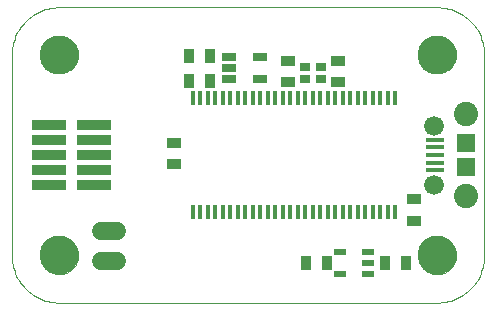
<source format=gts>
G75*
G70*
%OFA0B0*%
%FSLAX24Y24*%
%IPPOS*%
%LPD*%
%AMOC8*
5,1,8,0,0,1.08239X$1,22.5*
%
%ADD10C,0.0000*%
%ADD11C,0.1300*%
%ADD12R,0.0178X0.0512*%
%ADD13R,0.0335X0.0316*%
%ADD14R,0.0512X0.0355*%
%ADD15R,0.0355X0.0512*%
%ADD16C,0.0600*%
%ADD17R,0.0434X0.0237*%
%ADD18R,0.1140X0.0330*%
%ADD19R,0.0512X0.0257*%
%ADD20R,0.0591X0.0178*%
%ADD21C,0.0808*%
%ADD22C,0.0660*%
%ADD23R,0.0631X0.0631*%
D10*
X001775Y000200D02*
X014373Y000200D01*
X013743Y001775D02*
X013745Y001825D01*
X013751Y001875D01*
X013761Y001924D01*
X013775Y001972D01*
X013792Y002019D01*
X013813Y002064D01*
X013838Y002108D01*
X013866Y002149D01*
X013898Y002188D01*
X013932Y002225D01*
X013969Y002259D01*
X014009Y002289D01*
X014051Y002316D01*
X014095Y002340D01*
X014141Y002361D01*
X014188Y002377D01*
X014236Y002390D01*
X014286Y002399D01*
X014335Y002404D01*
X014386Y002405D01*
X014436Y002402D01*
X014485Y002395D01*
X014534Y002384D01*
X014582Y002369D01*
X014628Y002351D01*
X014673Y002329D01*
X014716Y002303D01*
X014757Y002274D01*
X014796Y002242D01*
X014832Y002207D01*
X014864Y002169D01*
X014894Y002129D01*
X014921Y002086D01*
X014944Y002042D01*
X014963Y001996D01*
X014979Y001948D01*
X014991Y001899D01*
X014999Y001850D01*
X015003Y001800D01*
X015003Y001750D01*
X014999Y001700D01*
X014991Y001651D01*
X014979Y001602D01*
X014963Y001554D01*
X014944Y001508D01*
X014921Y001464D01*
X014894Y001421D01*
X014864Y001381D01*
X014832Y001343D01*
X014796Y001308D01*
X014757Y001276D01*
X014716Y001247D01*
X014673Y001221D01*
X014628Y001199D01*
X014582Y001181D01*
X014534Y001166D01*
X014485Y001155D01*
X014436Y001148D01*
X014386Y001145D01*
X014335Y001146D01*
X014286Y001151D01*
X014236Y001160D01*
X014188Y001173D01*
X014141Y001189D01*
X014095Y001210D01*
X014051Y001234D01*
X014009Y001261D01*
X013969Y001291D01*
X013932Y001325D01*
X013898Y001362D01*
X013866Y001401D01*
X013838Y001442D01*
X013813Y001486D01*
X013792Y001531D01*
X013775Y001578D01*
X013761Y001626D01*
X013751Y001675D01*
X013745Y001725D01*
X013743Y001775D01*
X014373Y000200D02*
X014450Y000202D01*
X014527Y000208D01*
X014604Y000217D01*
X014680Y000230D01*
X014756Y000247D01*
X014830Y000268D01*
X014904Y000292D01*
X014976Y000320D01*
X015046Y000351D01*
X015115Y000386D01*
X015183Y000424D01*
X015248Y000465D01*
X015311Y000510D01*
X015372Y000558D01*
X015431Y000608D01*
X015487Y000661D01*
X015540Y000717D01*
X015590Y000776D01*
X015638Y000837D01*
X015683Y000900D01*
X015724Y000965D01*
X015762Y001033D01*
X015797Y001102D01*
X015828Y001172D01*
X015856Y001244D01*
X015880Y001318D01*
X015901Y001392D01*
X015918Y001468D01*
X015931Y001544D01*
X015940Y001621D01*
X015946Y001698D01*
X015948Y001775D01*
X015948Y008468D01*
X013743Y008468D02*
X013745Y008518D01*
X013751Y008568D01*
X013761Y008617D01*
X013775Y008665D01*
X013792Y008712D01*
X013813Y008757D01*
X013838Y008801D01*
X013866Y008842D01*
X013898Y008881D01*
X013932Y008918D01*
X013969Y008952D01*
X014009Y008982D01*
X014051Y009009D01*
X014095Y009033D01*
X014141Y009054D01*
X014188Y009070D01*
X014236Y009083D01*
X014286Y009092D01*
X014335Y009097D01*
X014386Y009098D01*
X014436Y009095D01*
X014485Y009088D01*
X014534Y009077D01*
X014582Y009062D01*
X014628Y009044D01*
X014673Y009022D01*
X014716Y008996D01*
X014757Y008967D01*
X014796Y008935D01*
X014832Y008900D01*
X014864Y008862D01*
X014894Y008822D01*
X014921Y008779D01*
X014944Y008735D01*
X014963Y008689D01*
X014979Y008641D01*
X014991Y008592D01*
X014999Y008543D01*
X015003Y008493D01*
X015003Y008443D01*
X014999Y008393D01*
X014991Y008344D01*
X014979Y008295D01*
X014963Y008247D01*
X014944Y008201D01*
X014921Y008157D01*
X014894Y008114D01*
X014864Y008074D01*
X014832Y008036D01*
X014796Y008001D01*
X014757Y007969D01*
X014716Y007940D01*
X014673Y007914D01*
X014628Y007892D01*
X014582Y007874D01*
X014534Y007859D01*
X014485Y007848D01*
X014436Y007841D01*
X014386Y007838D01*
X014335Y007839D01*
X014286Y007844D01*
X014236Y007853D01*
X014188Y007866D01*
X014141Y007882D01*
X014095Y007903D01*
X014051Y007927D01*
X014009Y007954D01*
X013969Y007984D01*
X013932Y008018D01*
X013898Y008055D01*
X013866Y008094D01*
X013838Y008135D01*
X013813Y008179D01*
X013792Y008224D01*
X013775Y008271D01*
X013761Y008319D01*
X013751Y008368D01*
X013745Y008418D01*
X013743Y008468D01*
X014373Y010043D02*
X014450Y010041D01*
X014527Y010035D01*
X014604Y010026D01*
X014680Y010013D01*
X014756Y009996D01*
X014830Y009975D01*
X014904Y009951D01*
X014976Y009923D01*
X015046Y009892D01*
X015115Y009857D01*
X015183Y009819D01*
X015248Y009778D01*
X015311Y009733D01*
X015372Y009685D01*
X015431Y009635D01*
X015487Y009582D01*
X015540Y009526D01*
X015590Y009467D01*
X015638Y009406D01*
X015683Y009343D01*
X015724Y009278D01*
X015762Y009210D01*
X015797Y009141D01*
X015828Y009071D01*
X015856Y008999D01*
X015880Y008925D01*
X015901Y008851D01*
X015918Y008775D01*
X015931Y008699D01*
X015940Y008622D01*
X015946Y008545D01*
X015948Y008468D01*
X014373Y010043D02*
X001775Y010043D01*
X001145Y008468D02*
X001147Y008518D01*
X001153Y008568D01*
X001163Y008617D01*
X001177Y008665D01*
X001194Y008712D01*
X001215Y008757D01*
X001240Y008801D01*
X001268Y008842D01*
X001300Y008881D01*
X001334Y008918D01*
X001371Y008952D01*
X001411Y008982D01*
X001453Y009009D01*
X001497Y009033D01*
X001543Y009054D01*
X001590Y009070D01*
X001638Y009083D01*
X001688Y009092D01*
X001737Y009097D01*
X001788Y009098D01*
X001838Y009095D01*
X001887Y009088D01*
X001936Y009077D01*
X001984Y009062D01*
X002030Y009044D01*
X002075Y009022D01*
X002118Y008996D01*
X002159Y008967D01*
X002198Y008935D01*
X002234Y008900D01*
X002266Y008862D01*
X002296Y008822D01*
X002323Y008779D01*
X002346Y008735D01*
X002365Y008689D01*
X002381Y008641D01*
X002393Y008592D01*
X002401Y008543D01*
X002405Y008493D01*
X002405Y008443D01*
X002401Y008393D01*
X002393Y008344D01*
X002381Y008295D01*
X002365Y008247D01*
X002346Y008201D01*
X002323Y008157D01*
X002296Y008114D01*
X002266Y008074D01*
X002234Y008036D01*
X002198Y008001D01*
X002159Y007969D01*
X002118Y007940D01*
X002075Y007914D01*
X002030Y007892D01*
X001984Y007874D01*
X001936Y007859D01*
X001887Y007848D01*
X001838Y007841D01*
X001788Y007838D01*
X001737Y007839D01*
X001688Y007844D01*
X001638Y007853D01*
X001590Y007866D01*
X001543Y007882D01*
X001497Y007903D01*
X001453Y007927D01*
X001411Y007954D01*
X001371Y007984D01*
X001334Y008018D01*
X001300Y008055D01*
X001268Y008094D01*
X001240Y008135D01*
X001215Y008179D01*
X001194Y008224D01*
X001177Y008271D01*
X001163Y008319D01*
X001153Y008368D01*
X001147Y008418D01*
X001145Y008468D01*
X000200Y008468D02*
X000202Y008545D01*
X000208Y008622D01*
X000217Y008699D01*
X000230Y008775D01*
X000247Y008851D01*
X000268Y008925D01*
X000292Y008999D01*
X000320Y009071D01*
X000351Y009141D01*
X000386Y009210D01*
X000424Y009278D01*
X000465Y009343D01*
X000510Y009406D01*
X000558Y009467D01*
X000608Y009526D01*
X000661Y009582D01*
X000717Y009635D01*
X000776Y009685D01*
X000837Y009733D01*
X000900Y009778D01*
X000965Y009819D01*
X001033Y009857D01*
X001102Y009892D01*
X001172Y009923D01*
X001244Y009951D01*
X001318Y009975D01*
X001392Y009996D01*
X001468Y010013D01*
X001544Y010026D01*
X001621Y010035D01*
X001698Y010041D01*
X001775Y010043D01*
X000200Y008468D02*
X000200Y001775D01*
X001145Y001775D02*
X001147Y001825D01*
X001153Y001875D01*
X001163Y001924D01*
X001177Y001972D01*
X001194Y002019D01*
X001215Y002064D01*
X001240Y002108D01*
X001268Y002149D01*
X001300Y002188D01*
X001334Y002225D01*
X001371Y002259D01*
X001411Y002289D01*
X001453Y002316D01*
X001497Y002340D01*
X001543Y002361D01*
X001590Y002377D01*
X001638Y002390D01*
X001688Y002399D01*
X001737Y002404D01*
X001788Y002405D01*
X001838Y002402D01*
X001887Y002395D01*
X001936Y002384D01*
X001984Y002369D01*
X002030Y002351D01*
X002075Y002329D01*
X002118Y002303D01*
X002159Y002274D01*
X002198Y002242D01*
X002234Y002207D01*
X002266Y002169D01*
X002296Y002129D01*
X002323Y002086D01*
X002346Y002042D01*
X002365Y001996D01*
X002381Y001948D01*
X002393Y001899D01*
X002401Y001850D01*
X002405Y001800D01*
X002405Y001750D01*
X002401Y001700D01*
X002393Y001651D01*
X002381Y001602D01*
X002365Y001554D01*
X002346Y001508D01*
X002323Y001464D01*
X002296Y001421D01*
X002266Y001381D01*
X002234Y001343D01*
X002198Y001308D01*
X002159Y001276D01*
X002118Y001247D01*
X002075Y001221D01*
X002030Y001199D01*
X001984Y001181D01*
X001936Y001166D01*
X001887Y001155D01*
X001838Y001148D01*
X001788Y001145D01*
X001737Y001146D01*
X001688Y001151D01*
X001638Y001160D01*
X001590Y001173D01*
X001543Y001189D01*
X001497Y001210D01*
X001453Y001234D01*
X001411Y001261D01*
X001371Y001291D01*
X001334Y001325D01*
X001300Y001362D01*
X001268Y001401D01*
X001240Y001442D01*
X001215Y001486D01*
X001194Y001531D01*
X001177Y001578D01*
X001163Y001626D01*
X001153Y001675D01*
X001147Y001725D01*
X001145Y001775D01*
X000200Y001775D02*
X000202Y001698D01*
X000208Y001621D01*
X000217Y001544D01*
X000230Y001468D01*
X000247Y001392D01*
X000268Y001318D01*
X000292Y001244D01*
X000320Y001172D01*
X000351Y001102D01*
X000386Y001033D01*
X000424Y000965D01*
X000465Y000900D01*
X000510Y000837D01*
X000558Y000776D01*
X000608Y000717D01*
X000661Y000661D01*
X000717Y000608D01*
X000776Y000558D01*
X000837Y000510D01*
X000900Y000465D01*
X000965Y000424D01*
X001033Y000386D01*
X001102Y000351D01*
X001172Y000320D01*
X001244Y000292D01*
X001318Y000268D01*
X001392Y000247D01*
X001468Y000230D01*
X001544Y000217D01*
X001621Y000208D01*
X001698Y000202D01*
X001775Y000200D01*
D11*
X001775Y001775D03*
X001775Y008468D03*
X014373Y008468D03*
X014373Y001775D03*
D12*
X012989Y003228D03*
X012739Y003228D03*
X012489Y003228D03*
X012239Y003228D03*
X011989Y003228D03*
X011739Y003228D03*
X011489Y003228D03*
X011239Y003228D03*
X010989Y003228D03*
X010739Y003228D03*
X010489Y003228D03*
X010239Y003228D03*
X009989Y003228D03*
X009739Y003228D03*
X009489Y003228D03*
X009239Y003228D03*
X008989Y003228D03*
X008739Y003228D03*
X008489Y003228D03*
X008239Y003228D03*
X007989Y003228D03*
X007739Y003228D03*
X007489Y003228D03*
X007239Y003228D03*
X006989Y003228D03*
X006739Y003228D03*
X006489Y003228D03*
X006239Y003228D03*
X006239Y007007D03*
X006489Y007007D03*
X006739Y007007D03*
X006989Y007007D03*
X007239Y007007D03*
X007489Y007007D03*
X007739Y007007D03*
X007989Y007007D03*
X008239Y007007D03*
X008489Y007007D03*
X008739Y007007D03*
X008989Y007007D03*
X009239Y007007D03*
X009489Y007007D03*
X009739Y007007D03*
X009989Y007007D03*
X010239Y007007D03*
X010489Y007007D03*
X010739Y007007D03*
X010989Y007007D03*
X011239Y007007D03*
X011489Y007007D03*
X011739Y007007D03*
X011989Y007007D03*
X012239Y007007D03*
X012489Y007007D03*
X012739Y007007D03*
X012989Y007007D03*
D13*
X010505Y007670D03*
X009974Y007670D03*
X009974Y008064D03*
X010505Y008064D03*
D14*
X011078Y008269D03*
X011078Y007560D03*
X009401Y007560D03*
X009401Y008269D03*
X005602Y005533D03*
X005602Y004824D03*
X013609Y003639D03*
X013609Y002930D03*
D15*
X013333Y001527D03*
X012624Y001527D03*
X010708Y001527D03*
X009999Y001527D03*
X006820Y007580D03*
X006111Y007580D03*
X006111Y008436D03*
X006820Y008436D03*
D16*
X003718Y002584D02*
X003158Y002584D01*
X003158Y001584D02*
X003718Y001584D01*
D17*
X011131Y001901D03*
X012076Y001901D03*
X012076Y001527D03*
X012076Y001153D03*
X011131Y001153D03*
D18*
X002950Y004117D03*
X002950Y004617D03*
X002950Y005117D03*
X002950Y005617D03*
X002950Y006117D03*
X001450Y006117D03*
X001450Y005617D03*
X001450Y005117D03*
X001450Y004617D03*
X001450Y004117D03*
D19*
X007448Y007639D03*
X007448Y008013D03*
X007448Y008387D03*
X008472Y008387D03*
X008472Y007639D03*
D20*
X014294Y005629D03*
X014294Y005373D03*
X014294Y005117D03*
X014294Y004861D03*
X014294Y004606D03*
D21*
X015338Y003739D03*
X015338Y006495D03*
D22*
X014275Y006102D03*
X014275Y004133D03*
D23*
X015338Y004724D03*
X015338Y005511D03*
M02*

</source>
